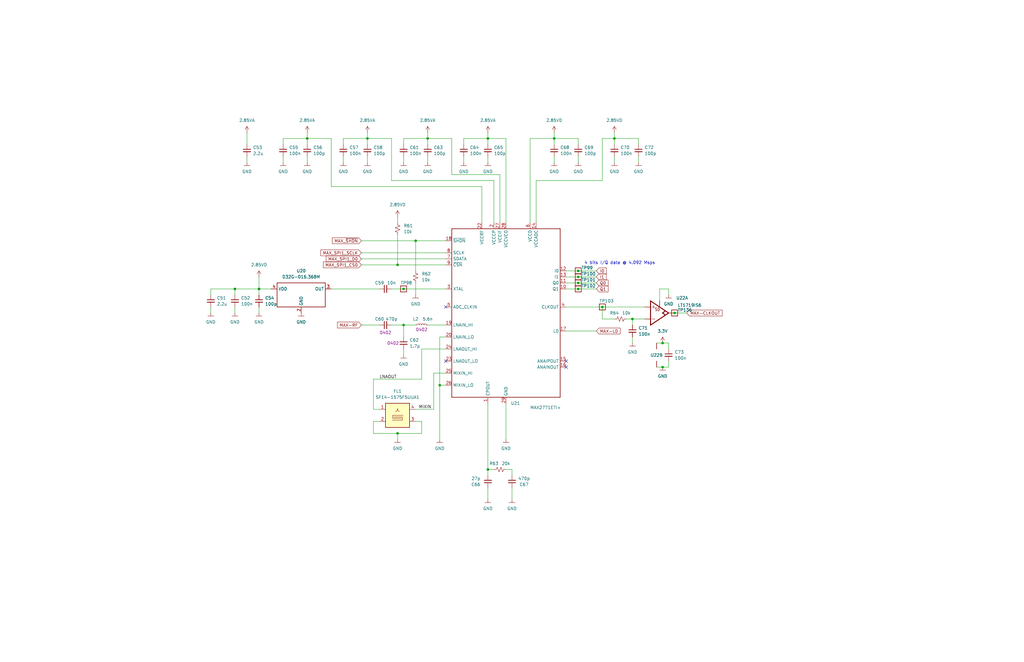
<source format=kicad_sch>
(kicad_sch (version 20211123) (generator eeschema)
  (paper "B")
  (lib_symbols
    (symbol "2.85VA_1" (power) (in_bom no) (on_board no)
      (property "Value" "2.85VA_1" (at 0 5.08 0))
      (symbol "2.85VA_1_0_1"
        (polyline (pts (xy -0.762 1.27) (xy 0 2.54)))
        (polyline (pts (xy 0 0) (xy 0 2.54)))
        (polyline (pts (xy 0 2.54) (xy 0.762 1.27)))
      )
      (symbol "2.85VA_1_1_1"
        (pin power_in line (at 0 0 90) (length 2.54) hide (name "2.85VA") (number "1"))
      )
    )
    (symbol "2.85VA_2" (power) (in_bom no) (on_board no)
      (property "Value" "2.85VA_2" (at 0 5.08 0))
      (symbol "2.85VA_2_0_1"
        (polyline (pts (xy -0.762 1.27) (xy 0 2.54)))
        (polyline (pts (xy 0 0) (xy 0 2.54)))
        (polyline (pts (xy 0 2.54) (xy 0.762 1.27)))
      )
      (symbol "2.85VA_2_1_1"
        (pin power_in line (at 0 0 90) (length 2.54) hide (name "2.85VA") (number "1"))
      )
    )
    (symbol "2.85VA_3" (power) (in_bom no) (on_board no)
      (property "Value" "2.85VA_3" (at 0 5.08 0))
      (symbol "2.85VA_3_0_1"
        (polyline (pts (xy -0.762 1.27) (xy 0 2.54)))
        (polyline (pts (xy 0 0) (xy 0 2.54)))
        (polyline (pts (xy 0 2.54) (xy 0.762 1.27)))
      )
      (symbol "2.85VA_3_1_1"
        (pin power_in line (at 0 0 90) (length 2.54) hide (name "2.85VA") (number "1"))
      )
    )
    (symbol "2.85VA_4" (power) (in_bom no) (on_board no)
      (property "Value" "2.85VA_4" (at 0 5.08 0))
      (symbol "2.85VA_4_0_1"
        (polyline (pts (xy -0.762 1.27) (xy 0 2.54)))
        (polyline (pts (xy 0 0) (xy 0 2.54)))
        (polyline (pts (xy 0 2.54) (xy 0.762 1.27)))
      )
      (symbol "2.85VA_4_1_1"
        (pin power_in line (at 0 0 90) (length 2.54) hide (name "2.85VA") (number "1"))
      )
    )
    (symbol "2.85VD_1" (power) (in_bom no) (on_board no)
      (property "Value" "2.85VD_1" (at 0 5.08 0))
      (symbol "2.85VD_1_0_1"
        (polyline (pts (xy -0.762 1.27) (xy 0 2.54)))
        (polyline (pts (xy 0 0) (xy 0 2.54)))
        (polyline (pts (xy 0 2.54) (xy 0.762 1.27)))
      )
      (symbol "2.85VD_1_1_1"
        (pin power_in line (at 0 0 90) (length 2.54) hide (name "2.85VD") (number "1"))
      )
    )
    (symbol "2.85VD_2" (power) (in_bom no) (on_board no)
      (property "Value" "2.85VD_2" (at 0 5.08 0))
      (symbol "2.85VD_2_0_1"
        (polyline (pts (xy -0.762 1.27) (xy 0 2.54)))
        (polyline (pts (xy 0 0) (xy 0 2.54)))
        (polyline (pts (xy 0 2.54) (xy 0.762 1.27)))
      )
      (symbol "2.85VD_2_1_1"
        (pin power_in line (at 0 0 90) (length 2.54) hide (name "2.85VD") (number "1"))
      )
    )
    (symbol "2.85VD_3" (power) (in_bom no) (on_board no)
      (property "Value" "2.85VD_3" (at 0 5.08 0))
      (symbol "2.85VD_3_0_1"
        (polyline (pts (xy -0.762 1.27) (xy 0 2.54)))
        (polyline (pts (xy 0 0) (xy 0 2.54)))
        (polyline (pts (xy 0 2.54) (xy 0.762 1.27)))
      )
      (symbol "2.85VD_3_1_1"
        (pin power_in line (at 0 0 90) (length 2.54) hide (name "2.85VD") (number "1"))
      )
    )
    (symbol "Device:C_Small" (pin_numbers hide) (pin_names (offset 0.254) hide)
      (property "Reference" "C" (at 0.254 1.778 0))
      (property "Value" "C_Small" (at 0.254 -2.032 0))
      (symbol "C_Small_0_1"
        (polyline (pts (xy -1.524 -0.508) (xy 1.524 -0.508)) (stroke (width 0.3302)))
        (polyline (pts (xy -1.524 0.508) (xy 1.524 0.508)) (stroke (width 0.3048)))
      )
      (symbol "C_Small_1_1"
        (pin passive line (at 0 2.54 270) (length 2.032) (name "~") (number "1"))
        (pin passive line (at 0 -2.54 90) (length 2.032) (name "~") (number "2"))
      )
    )
    (symbol "Device:L_Small" (pin_numbers hide) (pin_names (offset 0.254) hide)
      (property "Reference" "L" (at 0.762 1.016 0))
      (property "Value" "L_Small" (at 0.762 -1.016 0))
      (symbol "L_Small_0_1"
        (arc (start 0 -2.032) (mid 0.508 -1.524) (end 0 -1.016))
        (arc (start 0 -1.016) (mid 0.508 -0.508) (end 0 0))
        (arc (start 0 0) (mid 0.508 0.508) (end 0 1.016))
        (arc (start 0 1.016) (mid 0.508 1.524) (end 0 2.032))
      )
      (symbol "L_Small_1_1"
        (pin passive line (at 0 2.54 270) (length 0.508) (name "~") (number "1"))
        (pin passive line (at 0 -2.54 90) (length 0.508) (name "~") (number "2"))
      )
    )
    (symbol "Device:R_Small_US" (pin_numbers hide) (pin_names (offset 0.254) hide)
      (property "Reference" "R" (at 0.762 0.508 0))
      (property "Value" "R_Small_US" (at 0.762 -1.016 0))
      (symbol "R_Small_US_1_1"
        (polyline (pts (xy 0 0) (xy 1.016 -0.381) (xy 0 -0.762) (xy -1.016 -1.143) (xy 0 -1.524)))
        (polyline (pts (xy 0 1.524) (xy 1.016 1.143) (xy 0 0.762) (xy -1.016 0.381) (xy 0 0)))
        (pin passive line (at 0 2.54 270) (length 1.016) (name "~") (number "1"))
        (pin passive line (at 0 -2.54 90) (length 1.016) (name "~") (number "2"))
      )
    )
    (symbol "Filter:SF14-1575F5UUA1" (pin_names (offset 1.016))
      (property "Reference" "FL" (at 2.54 -6.35 0))
      (property "Value" "SF14-1575F5UUA1" (at 0 6.35 0))
      (symbol "SF14-1575F5UUA1_0_1"
        (rectangle (start -5.08 5.08) (end 5.08 -5.08) (stroke (width 0.254)) (fill (type background)))
        (arc (start -0.762 1.524) (mid -0.1988 2.0511) (end 0 2.794))
        (polyline (pts (xy -1.524 -0.762) (xy -1.27 -0.762)))
        (polyline (pts (xy 1.524 -1.27) (xy -1.524 -1.27)))
        (polyline (pts (xy 1.524 -0.762) (xy -1.27 -0.762)))
        (polyline (pts (xy -1.524 -1.27) (xy -2.032 -1.27) (xy -2.032 0) (xy 2.286 0)))
        (polyline (pts (xy 1.524 -0.762) (xy 2.032 -0.762) (xy 2.032 -2.032) (xy -2.286 -2.032)))
        (arc (start 0 2.794) (mid 0.2065 2.0558) (end 0.762 1.524))
      )
      (symbol "SF14-1575F5UUA1_1_1"
        (pin passive line (at -7.62 2.54 0) (length 2.54) (name "~") (number "1"))
        (pin passive line (at -7.62 -2.54 0) (length 2.54) (name "~") (number "2"))
        (pin passive line (at 7.62 -2.54 180) (length 2.54) (name "~") (number "3"))
        (pin passive line (at 7.62 2.54 180) (length 2.54) (name "~") (number "4"))
        (pin passive line (at -7.62 -2.54 0) (length 2.54) hide (name "~") (number "5"))
      )
    )
    (symbol "LT1719IS6_1"
      (symbol "LT1719IS6_1_1_0"
        (polyline (pts (xy -5.08 -5.08) (xy 2.54 0)) (stroke (width 0.4064)))
        (polyline (pts (xy -5.08 5.08) (xy -5.08 -5.08)) (stroke (width 0.4064)))
        (polyline (pts (xy -4.445 -2.54) (xy -3.175 -2.54)) (stroke (width 0.1524)))
        (polyline (pts (xy -4.445 2.54) (xy -3.175 2.54)) (stroke (width 0.1524)))
        (polyline (pts (xy -3.81 3.175) (xy -3.81 1.905)) (stroke (width 0.1524)))
        (polyline (pts (xy 0 0) (xy 1.016 0.762)) (stroke (width 0.4064)))
        (polyline (pts (xy 1.016 -0.762) (xy 0 0)) (stroke (width 0.4064)))
        (polyline (pts (xy 2.54 0) (xy -5.08 5.08)) (stroke (width 0.4064)))
        (text "SD" (at -3.302 0.762 0) (effects (font (size 1.27 1.0795)) (justify left bottom)))
        (pin input line (at -7.62 -2.54 0) (length 2.54) (name "-IN") (number "1"))
        (pin input line (at -7.62 2.54 0) (length 2.54) (name "+IN") (number "3"))
        (pin output line (at 5.08 0 180) (length 2.54) (name "OUT") (number "5"))
        (pin input line (at -1.27 5.08 270) (length 2.54) (name "SD") (number "6"))
      )
      (symbol "LT1719IS6_1_2_0"
        (pin power_in line (at 0 -5.08 90) (length 2.54) (name "V-") (number "2"))
        (pin power_in line (at 0 5.08 270) (length 2.54) (name "V+") (number "4"))
      )
    )
    (symbol "OreSat-Power:3.3V" (power) (pin_names (offset 0))
      (property "Value" "3.3V" (at 0 3.556 0))
      (symbol "3.3V_0_1"
        (polyline (pts (xy -0.762 1.27) (xy 0 2.54)))
        (polyline (pts (xy 0 0) (xy 0 2.54)))
        (polyline (pts (xy 0 2.54) (xy 0.762 1.27)))
      )
      (symbol "3.3V_1_1"
        (pin power_in line (at 0 0 90) (length 0) hide (name "3.3V") (number "1"))
      )
    )
    (symbol "OreSat-Power:GND" (power) (pin_names (offset 0))
      (property "Value" "GND" (at 0 -2.54 0))
      (symbol "GND_0_1"
        (polyline (pts (xy 0 0) (xy 0 -1.27) (xy 1.27 -1.27) (xy 0 -1.27) (xy -1.27 -1.27) (xy 0 -1.27)))
      )
      (symbol "GND_1_1"
        (pin power_in line (at 0 0 270) (length 0) hide (name "GND") (number "1"))
      )
    )
    (symbol "OreSat-TestPoint:Test-Point" (pin_numbers hide) (pin_names hide)
      (property "Reference" "TP" (at 0 2.54 0))
      (symbol "Test-Point_0_1"
        (rectangle (start -1.27 1.27) (end 1.27 -1.27) (stroke (width 0.254)))
      )
      (symbol "Test-Point_1_1"
        (pin passive line (at 0 0 90) (length 0) (name "") (number "1"))
      )
    )
    (symbol "U-Analog-LT1719IS6-comparator:LT1719IS6"
      (symbol "LT1719IS6_1_0"
        (polyline (pts (xy -5.08 -5.08) (xy 2.54 0)) (stroke (width 0.4064)))
        (polyline (pts (xy -5.08 5.08) (xy -5.08 -5.08)) (stroke (width 0.4064)))
        (polyline (pts (xy -4.445 -2.54) (xy -3.175 -2.54)) (stroke (width 0.1524)))
        (polyline (pts (xy -4.445 2.54) (xy -3.175 2.54)) (stroke (width 0.1524)))
        (polyline (pts (xy -3.81 3.175) (xy -3.81 1.905)) (stroke (width 0.1524)))
        (polyline (pts (xy 0 0) (xy 1.016 0.762)) (stroke (width 0.4064)))
        (polyline (pts (xy 1.016 -0.762) (xy 0 0)) (stroke (width 0.4064)))
        (polyline (pts (xy 2.54 0) (xy -5.08 5.08)) (stroke (width 0.4064)))
        (text ">PART" (at 0 3.175 0) (effects (font (size 1.778 1.5113)) (justify left bottom)))
        (text "SD" (at -3.302 0.762 0) (effects (font (size 1.27 1.0795)) (justify left bottom)))
        (pin input line (at -7.62 -2.54 0) (length 2.54) (name "-IN") (number "1"))
        (pin input line (at -7.62 2.54 0) (length 2.54) (name "+IN") (number "3"))
        (pin output line (at 5.08 0 180) (length 2.54) (name "OUT") (number "5"))
        (pin input line (at -1.27 5.08 270) (length 2.54) (name "SD") (number "6"))
      )
      (symbol "LT1719IS6_2_0"
        (pin power_in line (at 0 -5.08 90) (length 2.54) (name "V-") (number "2"))
        (pin power_in line (at 0 5.08 270) (length 2.54) (name "V+") (number "4"))
      )
    )
    (symbol "U-Connor-Winfield-D32G-016368M-tcxo:D32G-016.368M"
      (property "Reference" "U" (at -8.89 6.35 0))
      (property "Value" "D32G-016.368M" (at 10.16 6.35 0))
      (symbol "D32G-016.368M_1_0"
        (polyline (pts (xy -10.16 -5.08) (xy 10.16 -5.08)) (stroke (width 0.254)))
        (polyline (pts (xy -10.16 5.08) (xy -10.16 -5.08)) (stroke (width 0.254)))
        (polyline (pts (xy 10.16 -5.08) (xy 10.16 5.08)) (stroke (width 0.254)))
        (polyline (pts (xy 10.16 5.08) (xy -10.16 5.08)) (stroke (width 0.254)))
        (pin power_in line (at 0 -7.62 90) (length 2.54) (name "GND") (number "2"))
        (pin passive line (at 12.7 2.54 180) (length 2.54) (name "OUT") (number "3"))
        (pin power_in line (at -12.7 2.54 0) (length 2.54) (name "VDD") (number "4"))
      )
    )
    (symbol "U-Maxim-MAX2771ETI+-multiband-gnss-receiver:MAX2771ETI+"
      (property "Reference" "U23" (at 20.32 40.64 0))
      (symbol "MAX2771ETI+_1_0"
        (polyline (pts (xy -22.86 -35.56) (xy 22.86 -35.56)) (stroke (width 0.254)))
        (polyline (pts (xy -22.86 35.56) (xy -22.86 -35.56)) (stroke (width 0.254)))
        (polyline (pts (xy 22.86 -35.56) (xy 22.86 35.56)) (stroke (width 0.254)))
        (polyline (pts (xy 22.86 35.56) (xy -22.86 35.56)) (stroke (width 0.254)))
        (pin output line (at -7.62 -38.1 90) (length 2.54) (name "CPOUT") (number "1"))
        (pin output line (at 25.4 10.16 180) (length 2.54) (name "Q1") (number "10"))
        (pin output line (at 25.4 12.7 180) (length 2.54) (name "Q0") (number "11"))
        (pin output line (at 25.4 17.78 180) (length 2.54) (name "I0") (number "12"))
        (pin output line (at 25.4 15.24 180) (length 2.54) (name "I1") (number "13"))
        (pin power_in line (at 12.7 38.1 270) (length 2.54) (name "VCCADC") (number "14"))
        (pin output line (at 25.4 -20.32 180) (length 2.54) (name "ANAIPOUT") (number "15"))
        (pin output line (at 25.4 -22.86 180) (length 2.54) (name "ANAINOUT") (number "16"))
        (pin output line (at 25.4 -7.62 180) (length 2.54) (name "LD") (number "17"))
        (pin input line (at -25.4 30.48 0) (length 2.54) (name "~{SHDN}") (number "18"))
        (pin input line (at -25.4 -5.08 0) (length 2.54) (name "LNAIN_HI") (number "19"))
        (pin power_in line (at -5.08 38.1 270) (length 2.54) (name "VCCCP") (number "2"))
        (pin input line (at -25.4 -10.16 0) (length 2.54) (name "LNAIN_LO") (number "20"))
        (pin power_in line (at -10.16 38.1 270) (length 2.54) (name "VCCRF") (number "22"))
        (pin output line (at -25.4 -20.32 0) (length 2.54) (name "LNAOUT_LO") (number "23"))
        (pin output line (at -25.4 -15.24 0) (length 2.54) (name "LNAOUT_HI") (number "24"))
        (pin input line (at -25.4 -25.4 0) (length 2.54) (name "MIXIN_HI") (number "25"))
        (pin input line (at -25.4 -30.48 0) (length 2.54) (name "MIXIN_LO") (number "26"))
        (pin power_in line (at -2.54 38.1 270) (length 2.54) (name "VCCIF") (number "27"))
        (pin power_in line (at 0 38.1 270) (length 2.54) (name "VCCVCO") (number "28"))
        (pin power_in line (at 0 -38.1 90) (length 2.54) (name "GND") (number "29"))
        (pin input line (at -25.4 10.16 0) (length 2.54) (name "XTAL") (number "3"))
        (pin output line (at 25.4 2.54 180) (length 2.54) (name "CLKOUT") (number "4"))
        (pin input line (at -25.4 2.54 0) (length 2.54) (name "ADC_CLKIN") (number "5"))
        (pin power_in line (at 10.16 38.1 270) (length 2.54) (name "VCCD") (number "6"))
        (pin bidirectional line (at -25.4 22.86 0) (length 2.54) (name "SDATA") (number "7"))
        (pin input line (at -25.4 25.4 0) (length 2.54) (name "SCLK") (number "8"))
        (pin input line (at -25.4 20.32 0) (length 2.54) (name "~{CSN}") (number "9"))
      )
    )
    (symbol "gps-power:2.85VA" (power) (in_bom no) (on_board no)
      (property "Value" "2.85VA" (at 0 5.08 0))
      (symbol "2.85VA_0_1"
        (polyline (pts (xy -0.762 1.27) (xy 0 2.54)))
        (polyline (pts (xy 0 0) (xy 0 2.54)))
        (polyline (pts (xy 0 2.54) (xy 0.762 1.27)))
      )
      (symbol "2.85VA_1_1"
        (pin power_in line (at 0 0 90) (length 2.54) hide (name "2.85VA") (number "1"))
      )
    )
    (symbol "gps-power:2.85VD" (power) (in_bom no) (on_board no)
      (property "Value" "2.85VD" (at 0 5.08 0))
      (symbol "2.85VD_0_1"
        (polyline (pts (xy -0.762 1.27) (xy 0 2.54)))
        (polyline (pts (xy 0 0) (xy 0 2.54)))
        (polyline (pts (xy 0 2.54) (xy 0.762 1.27)))
      )
      (symbol "2.85VD_1_1"
        (pin power_in line (at 0 0 90) (length 2.54) hide (name "2.85VD") (number "1"))
      )
    )
  )
  (junction (at 254 129.54))
  (junction (at 170.18 137.16))
  (junction (at 205.74 58.42))
  (junction (at 279.4 144.78))
  (junction (at 99.06 121.92))
  (junction (at 185.42 162.56))
  (junction (at 266.7 134.62))
  (junction (at 167.64 111.76))
  (junction (at 154.94 58.42))
  (junction (at 284.48 132.08))
  (junction (at 109.22 121.92))
  (junction (at 243.84 116.84))
  (junction (at 243.84 119.38))
  (junction (at 175.26 101.6))
  (junction (at 243.84 121.92))
  (junction (at 205.74 198.12))
  (junction (at 129.54 58.42))
  (junction (at 167.64 182.88))
  (junction (at 243.84 114.3))
  (junction (at 259.08 58.42))
  (junction (at 170.18 121.92))
  (junction (at 233.68 58.42))
  (junction (at 279.4 154.94))
  (junction (at 180.34 58.42))
  (no_connect (at 238.76 152.4))
  (no_connect (at 187.96 129.54))
  (no_connect (at 187.96 152.4))
  (no_connect (at 238.76 154.94))
  (wire (pts (xy 152.4 137.16) (xy 160.02 137.16)))
  (wire (pts (xy 233.68 58.42) (xy 233.68 55.88)))
  (wire (pts (xy 205.74 205.74) (xy 205.74 210.82)))
  (wire (pts (xy 167.64 99.06) (xy 167.64 111.76)))
  (wire (pts (xy 170.18 142.24) (xy 170.18 137.16)))
  (wire (pts (xy 139.7 121.92) (xy 160.02 121.92)))
  (wire (pts (xy 167.64 182.88) (xy 177.8 182.88)))
  (wire (pts (xy 266.7 142.24) (xy 266.7 144.78)))
  (wire (pts (xy 281.94 121.92) (xy 281.94 124.46)))
  (wire (pts (xy 238.76 139.7) (xy 251.46 139.7)))
  (wire (pts (xy 109.22 121.92) (xy 114.3 121.92)))
  (wire (pts (xy 180.34 66.04) (xy 180.34 68.58)))
  (wire (pts (xy 276.86 144.78) (xy 279.4 144.78)))
  (wire (pts (xy 215.9 198.12) (xy 215.9 200.66)))
  (wire (pts (xy 243.84 58.42) (xy 233.68 58.42)))
  (wire (pts (xy 129.54 58.42) (xy 119.38 58.42)))
  (wire (pts (xy 266.7 134.62) (xy 271.78 134.62)))
  (wire (pts (xy 177.8 177.8) (xy 177.8 182.88)))
  (wire (pts (xy 210.82 73.66) (xy 190.5 73.66)))
  (wire (pts (xy 182.88 157.48) (xy 187.96 157.48)))
  (wire (pts (xy 205.74 66.04) (xy 205.74 68.58)))
  (wire (pts (xy 213.36 58.42) (xy 213.36 93.98)))
  (wire (pts (xy 223.52 58.42) (xy 233.68 58.42)))
  (wire (pts (xy 185.42 162.56) (xy 187.96 162.56)))
  (wire (pts (xy 233.68 58.42) (xy 233.68 60.96)))
  (wire (pts (xy 177.8 160.02) (xy 177.8 147.32)))
  (wire (pts (xy 269.24 60.96) (xy 269.24 58.42)))
  (wire (pts (xy 243.84 116.84) (xy 251.46 116.84)))
  (wire (pts (xy 170.18 58.42) (xy 180.34 58.42)))
  (wire (pts (xy 281.94 152.4) (xy 281.94 154.94)))
  (wire (pts (xy 180.34 58.42) (xy 180.34 55.88)))
  (wire (pts (xy 195.58 66.04) (xy 195.58 68.58)))
  (wire (pts (xy 254 129.54) (xy 254 134.62)))
  (wire (pts (xy 157.48 177.8) (xy 157.48 182.88)))
  (wire (pts (xy 208.28 76.2) (xy 165.1 76.2)))
  (wire (pts (xy 243.84 121.92) (xy 251.46 121.92)))
  (wire (pts (xy 259.08 58.42) (xy 259.08 55.88)))
  (wire (pts (xy 195.58 60.96) (xy 195.58 58.42)))
  (wire (pts (xy 210.82 73.66) (xy 210.82 93.98)))
  (wire (pts (xy 180.34 137.16) (xy 187.96 137.16)))
  (wire (pts (xy 238.76 129.54) (xy 254 129.54)))
  (wire (pts (xy 157.48 182.88) (xy 167.64 182.88)))
  (wire (pts (xy 175.26 177.8) (xy 177.8 177.8)))
  (wire (pts (xy 167.64 91.44) (xy 167.64 93.98)))
  (wire (pts (xy 205.74 198.12) (xy 208.28 198.12)))
  (wire (pts (xy 259.08 66.04) (xy 259.08 68.58)))
  (wire (pts (xy 154.94 66.04) (xy 154.94 68.58)))
  (wire (pts (xy 99.06 121.92) (xy 99.06 124.46)))
  (wire (pts (xy 165.1 58.42) (xy 154.94 58.42)))
  (wire (pts (xy 233.68 66.04) (xy 233.68 68.58)))
  (wire (pts (xy 205.74 58.42) (xy 205.74 55.88)))
  (wire (pts (xy 205.74 170.18) (xy 205.74 198.12)))
  (wire (pts (xy 104.14 55.88) (xy 104.14 60.96)))
  (wire (pts (xy 278.13 127) (xy 278.13 121.92)))
  (wire (pts (xy 266.7 134.62) (xy 266.7 137.16)))
  (wire (pts (xy 175.26 119.38) (xy 175.26 124.46)))
  (wire (pts (xy 152.4 109.22) (xy 187.96 109.22)))
  (wire (pts (xy 264.16 134.62) (xy 266.7 134.62)))
  (wire (pts (xy 269.24 58.42) (xy 259.08 58.42)))
  (wire (pts (xy 154.94 58.42) (xy 154.94 55.88)))
  (wire (pts (xy 195.58 58.42) (xy 205.74 58.42)))
  (wire (pts (xy 254 134.62) (xy 259.08 134.62)))
  (wire (pts (xy 99.06 121.92) (xy 109.22 121.92)))
  (wire (pts (xy 254 76.2) (xy 254 58.42)))
  (wire (pts (xy 88.9 129.54) (xy 88.9 132.08)))
  (wire (pts (xy 88.9 121.92) (xy 99.06 121.92)))
  (wire (pts (xy 157.48 160.02) (xy 177.8 160.02)))
  (wire (pts (xy 177.8 147.32) (xy 187.96 147.32)))
  (wire (pts (xy 208.28 76.2) (xy 208.28 93.98)))
  (wire (pts (xy 157.48 172.72) (xy 160.02 172.72)))
  (wire (pts (xy 203.2 78.74) (xy 203.2 93.98)))
  (wire (pts (xy 170.18 60.96) (xy 170.18 58.42)))
  (wire (pts (xy 238.76 121.92) (xy 243.84 121.92)))
  (wire (pts (xy 165.1 137.16) (xy 170.18 137.16)))
  (wire (pts (xy 190.5 58.42) (xy 180.34 58.42)))
  (wire (pts (xy 165.1 121.92) (xy 170.18 121.92)))
  (wire (pts (xy 139.7 78.74) (xy 139.7 58.42)))
  (wire (pts (xy 154.94 58.42) (xy 154.94 60.96)))
  (wire (pts (xy 243.84 60.96) (xy 243.84 58.42)))
  (wire (pts (xy 269.24 66.04) (xy 269.24 68.58)))
  (wire (pts (xy 170.18 66.04) (xy 170.18 68.58)))
  (wire (pts (xy 160.02 177.8) (xy 157.48 177.8)))
  (wire (pts (xy 119.38 58.42) (xy 119.38 60.96)))
  (wire (pts (xy 182.88 172.72) (xy 182.88 157.48)))
  (wire (pts (xy 152.4 101.6) (xy 175.26 101.6)))
  (wire (pts (xy 175.26 172.72) (xy 182.88 172.72)))
  (wire (pts (xy 243.84 119.38) (xy 251.46 119.38)))
  (wire (pts (xy 278.13 121.92) (xy 281.94 121.92)))
  (wire (pts (xy 203.2 78.74) (xy 139.7 78.74)))
  (wire (pts (xy 276.86 154.94) (xy 279.4 154.94)))
  (wire (pts (xy 129.54 66.04) (xy 129.54 68.58)))
  (wire (pts (xy 243.84 114.3) (xy 251.46 114.3)))
  (wire (pts (xy 152.4 106.68) (xy 187.96 106.68)))
  (wire (pts (xy 281.94 154.94) (xy 279.4 154.94)))
  (wire (pts (xy 144.78 58.42) (xy 154.94 58.42)))
  (wire (pts (xy 109.22 116.84) (xy 109.22 121.92)))
  (wire (pts (xy 109.22 121.92) (xy 109.22 124.46)))
  (wire (pts (xy 254 129.54) (xy 271.78 129.54)))
  (wire (pts (xy 129.54 58.42) (xy 129.54 60.96)))
  (wire (pts (xy 215.9 205.74) (xy 215.9 210.82)))
  (wire (pts (xy 157.48 160.02) (xy 157.48 172.72)))
  (wire (pts (xy 99.06 129.54) (xy 99.06 132.08)))
  (wire (pts (xy 238.76 119.38) (xy 243.84 119.38)))
  (wire (pts (xy 170.18 137.16) (xy 175.26 137.16)))
  (wire (pts (xy 243.84 66.04) (xy 243.84 68.58)))
  (wire (pts (xy 284.48 132.08) (xy 289.56 132.08)))
  (wire (pts (xy 205.74 58.42) (xy 205.74 60.96)))
  (wire (pts (xy 104.14 66.04) (xy 104.14 68.58)))
  (wire (pts (xy 259.08 58.42) (xy 259.08 60.96)))
  (wire (pts (xy 175.26 101.6) (xy 187.96 101.6)))
  (wire (pts (xy 238.76 116.84) (xy 243.84 116.84)))
  (wire (pts (xy 119.38 66.04) (xy 119.38 68.58)))
  (wire (pts (xy 88.9 124.46) (xy 88.9 121.92)))
  (wire (pts (xy 129.54 55.88) (xy 129.54 58.42)))
  (wire (pts (xy 170.18 147.32) (xy 170.18 149.86)))
  (wire (pts (xy 139.7 58.42) (xy 129.54 58.42)))
  (wire (pts (xy 185.42 142.24) (xy 185.42 162.56)))
  (wire (pts (xy 144.78 66.04) (xy 144.78 68.58)))
  (wire (pts (xy 170.18 121.92) (xy 187.96 121.92)))
  (wire (pts (xy 213.36 170.18) (xy 213.36 185.42)))
  (wire (pts (xy 226.06 76.2) (xy 226.06 93.98)))
  (wire (pts (xy 144.78 60.96) (xy 144.78 58.42)))
  (wire (pts (xy 187.96 142.24) (xy 185.42 142.24)))
  (wire (pts (xy 213.36 198.12) (xy 215.9 198.12)))
  (wire (pts (xy 281.94 147.32) (xy 281.94 144.78)))
  (wire (pts (xy 165.1 76.2) (xy 165.1 58.42)))
  (wire (pts (xy 213.36 58.42) (xy 205.74 58.42)))
  (wire (pts (xy 180.34 58.42) (xy 180.34 60.96)))
  (wire (pts (xy 109.22 129.54) (xy 109.22 132.08)))
  (wire (pts (xy 279.4 144.78) (xy 281.94 144.78)))
  (wire (pts (xy 226.06 76.2) (xy 254 76.2)))
  (wire (pts (xy 185.42 162.56) (xy 185.42 185.42)))
  (wire (pts (xy 167.64 182.88) (xy 167.64 185.42)))
  (wire (pts (xy 190.5 73.66) (xy 190.5 58.42)))
  (wire (pts (xy 205.74 198.12) (xy 205.74 200.66)))
  (wire (pts (xy 238.76 114.3) (xy 243.84 114.3)))
  (wire (pts (xy 223.52 58.42) (xy 223.52 93.98)))
  (wire (pts (xy 167.64 111.76) (xy 187.96 111.76)))
  (wire (pts (xy 152.4 111.76) (xy 167.64 111.76)))
  (wire (pts (xy 175.26 101.6) (xy 175.26 114.3)))
  (wire (pts (xy 254 58.42) (xy 259.08 58.42)))
  (text "4 bits I/Q data @ 4.092 Msps" (at 246.38 111.76 0) (effects (font (size 1.27 1.27)) (justify left bottom)))
  (label "MIXIN" (at 176.53 172.72 0))
  (label "LNAOUT" (at 160.02 160.02 0))
  (global_label "I1" (shape input) (at 251.46 116.84 0) (property "Intersheet References" "${INTERSHEET_REFS}" (effects hide)))
  (global_label "Q1" (shape input) (at 251.46 121.92 0) (property "Intersheet References" "${INTERSHEET_REFS}" (effects hide)))
  (global_label "MAX_SPI1_D0" (shape input) (at 152.4 109.22 180) (property "Intersheet References" "${INTERSHEET_REFS}" (effects hide)))
  (global_label "I0" (shape input) (at 251.46 114.3 0) (property "Intersheet References" "${INTERSHEET_REFS}" (effects hide)))
  (global_label "MAX-CLKOUT" (shape input) (at 289.56 132.08 0) (property "Intersheet References" "${INTERSHEET_REFS}" (effects hide)))
  (global_label "MAX_~{SHDN}" (shape input) (at 152.4 101.6 180) (property "Intersheet References" "${INTERSHEET_REFS}" (effects hide)))
  (global_label "MAX_SPI1_SCLK" (shape input) (at 152.4 106.68 180) (property "Intersheet References" "${INTERSHEET_REFS}" (effects hide)))
  (global_label "MAX_SPI1_CS0" (shape input) (at 152.4 111.76 180) (property "Intersheet References" "${INTERSHEET_REFS}" (effects hide)))
  (global_label "MAX-RF" (shape input) (at 152.4 137.16 180) (property "Intersheet References" "${INTERSHEET_REFS}" (effects hide)))
  (global_label "MAX-LD" (shape input) (at 251.46 139.7 0) (property "Intersheet References" "${INTERSHEET_REFS}" (effects hide)))
  (global_label "Q0" (shape input) (at 251.46 119.38 0) (property "Intersheet References" "${INTERSHEET_REFS}" (effects hide)))
  (symbol (lib_id "OreSat-Power:GND") (at 170.18 149.86 0) (unit 1)
    (property "Reference" "#GND0204" (effects hide))
    (property "Value" "GND" (at 170.18 153.67 0))
  )
  (symbol (lib_id "OreSat-Power:GND") (at 144.78 68.58 0) (unit 1)
    (property "Reference" "#GND0189" (effects hide))
    (property "Value" "GND" (at 144.78 72.39 0))
  )
  (symbol (lib_id "Device:C_Small") (at 119.38 63.5 0) (unit 1)
    (property "Reference" "C55" (at 121.92 62.2362 0) (effects (justify left)))
    (property "Value" "100n" (at 121.92 64.7762 0) (effects (justify left)))
    (property "Footprint" "Capacitor_SMD:C_0603_1608Metric" (effects hide))
  )
  (symbol (lib_id "OreSat-Power:GND") (at 269.24 68.58 0) (unit 1)
    (property "Reference" "#GND0203" (effects hide))
    (property "Value" "GND" (at 269.24 72.39 0))
  )
  (symbol (lib_id "Filter:SF14-1575F5UUA1") (at 167.64 175.26 0) (unit 1)
    (property "Reference" "FL1" (at 167.64 165.1 0))
    (property "Value" "SF14-1575F5UUA1" (at 167.64 167.64 0))
    (property "Footprint" "Filter:Filter_1411-5_1.4x1.1mm" (effects hide))
    (property "Datasheet" "https://global.kyocera.com/prdct/electro/product/pdf/sf14_gnss.pdf" (effects hide))
  )
  (symbol (lib_id "Device:C_Small") (at 154.94 63.5 0) (unit 1)
    (property "Reference" "C58" (at 157.48 62.2362 0) (effects (justify left)))
    (property "Value" "100p" (at 157.48 64.7762 0) (effects (justify left)))
    (property "Footprint" "Capacitor_SMD:C_0603_1608Metric" (effects hide))
  )
  (symbol (lib_id "Device:C_Small") (at 259.08 63.5 0) (unit 1)
    (property "Reference" "C70" (at 261.62 62.2362 0) (effects (justify left)))
    (property "Value" "100n" (at 261.62 64.7762 0) (effects (justify left)))
    (property "Footprint" "Capacitor_SMD:C_0603_1608Metric" (effects hide))
  )
  (symbol (lib_name "2.85VA_3") (lib_id "gps-power:2.85VA") (at 154.94 55.88 0) (unit 1)
    (property "Reference" "#2V85A0105" (effects hide))
    (property "Value" "2.85VA" (at 154.94 50.8 0))
  )
  (symbol (lib_id "OreSat-Power:GND") (at 154.94 68.58 0) (unit 1)
    (property "Reference" "#GND0190" (effects hide))
    (property "Value" "GND" (at 154.94 72.39 0))
  )
  (symbol (lib_name "2.85VD_1") (lib_id "gps-power:2.85VD") (at 167.64 91.44 0) (unit 1)
    (property "Reference" "#2V85D0101" (effects hide))
    (property "Value" "2.85VD" (at 167.64 86.36 0))
  )
  (symbol (lib_id "Device:C_Small") (at 266.7 139.7 0) (unit 1)
    (property "Reference" "C71" (at 269.24 138.4362 0) (effects (justify left)))
    (property "Value" "100n" (at 269.24 140.9762 0) (effects (justify left)))
    (property "Footprint" "Capacitor_SMD:C_0603_1608Metric" (effects hide))
  )
  (symbol (lib_id "OreSat-Power:GND") (at 215.9 210.82 0) (unit 1)
    (property "Reference" "#GND0209" (effects hide))
    (property "Value" "GND" (at 215.9 214.63 0))
  )
  (symbol (lib_id "OreSat-Power:GND") (at 104.14 68.58 0) (unit 1)
    (property "Reference" "#GND0192" (effects hide))
    (property "Value" "GND" (at 104.14 72.39 0))
  )
  (symbol (lib_id "OreSat-Power:GND") (at 119.38 68.58 0) (unit 1)
    (property "Reference" "#GND0194" (effects hide))
    (property "Value" "GND" (at 119.38 72.39 0))
  )
  (symbol (lib_id "Device:C_Small") (at 162.56 137.16 90) (unit 1)
    (property "Reference" "C60" (at 160.02 134.62 90))
    (property "Value" "470p" (at 165.1 134.62 90))
    (property "Footprint" "Capacitor_SMD:C_0402_1005Metric" (effects hide))
    (property "Field4" "0402" (at 162.56 140.335 90))
  )
  (symbol (lib_id "OreSat-Power:GND") (at 185.42 185.42 0) (unit 1)
    (property "Reference" "#GND0205" (effects hide))
    (property "Value" "GND" (at 185.42 189.23 0))
  )
  (symbol (lib_id "OreSat-TestPoint:Test-Point") (at 243.84 114.3 0) (unit 1)
    (property "Reference" "TP99" (at 245.11 113.03 0) (effects (justify left)))
    (property "Value" "Test-Point" (effects hide))
    (property "Footprint" "OreSat-TestPoint:1X01" (effects hide))
  )
  (symbol (lib_id "OreSat-TestPoint:Test-Point") (at 170.18 121.92 0) (unit 1)
    (property "Reference" "TP98" (at 168.91 119.38 0) (effects (justify left)))
    (property "Value" "Test-Point" (effects hide))
    (property "Footprint" "OreSat-TestPoint:PAD.03X.04" (effects hide))
  )
  (symbol (lib_id "Device:C_Small") (at 88.9 127 0) (unit 1)
    (property "Reference" "C51" (at 91.44 125.7362 0) (effects (justify left)))
    (property "Value" "2.2u" (at 91.44 128.2762 0) (effects (justify left)))
    (property "Footprint" "Capacitor_SMD:C_0603_1608Metric" (effects hide))
  )
  (symbol (lib_name "LT1719IS6_1") (lib_id "U-Analog-LT1719IS6-comparator:LT1719IS6") (at 279.4 132.08 0) (unit 1)
    (property "Reference" "U22" (at 287.655 125.73 0))
    (property "Value" "LT1719IS6" (at 285.75 129.54 0) (effects (justify left bottom)))
    (property "Footprint" "Package_TO_SOT_SMD:SOT-23-6" (effects hide))
    (property "Datasheet" "https://www.analog.com/media/en/technical-documentation/data-sheets/1719fa.pdf" (effects hide))
  )
  (symbol (lib_id "OreSat-Power:GND") (at 109.22 132.08 0) (unit 1)
    (property "Reference" "#GND0198" (effects hide))
    (property "Value" "GND" (at 109.22 135.89 0))
  )
  (symbol (lib_id "OreSat-Power:GND") (at 205.74 68.58 0) (unit 1)
    (property "Reference" "#GND0186" (effects hide))
    (property "Value" "GND" (at 205.74 72.39 0))
  )
  (symbol (lib_id "OreSat-TestPoint:Test-Point") (at 243.84 116.84 0) (unit 1)
    (property "Reference" "TP100" (at 245.11 115.57 0) (effects (justify left)))
    (property "Value" "Test-Point" (effects hide))
    (property "Footprint" "OreSat-TestPoint:1X01" (effects hide))
  )
  (symbol (lib_id "OreSat-TestPoint:Test-Point") (at 284.48 132.08 0) (unit 1)
    (property "Reference" "TP136" (at 285.75 130.81 0) (effects (justify left)))
    (property "Value" "Test-Point" (effects hide))
    (property "Footprint" "OreSat-TestPoint:1X01" (effects hide))
  )
  (symbol (lib_name "2.85VD_2") (lib_id "gps-power:2.85VD") (at 259.08 55.88 0) (unit 1)
    (property "Reference" "#2V85D0103" (effects hide))
    (property "Value" "2.85VD" (at 259.08 50.8 0))
  )
  (symbol (lib_id "OreSat-Power:GND") (at 243.84 68.58 0) (unit 1)
    (property "Reference" "#GND0200" (effects hide))
    (property "Value" "GND" (at 243.84 72.39 0))
  )
  (symbol (lib_name "2.85VD_3") (lib_id "gps-power:2.85VD") (at 233.68 55.88 0) (unit 1)
    (property "Reference" "#2V85D0104" (effects hide))
    (property "Value" "2.85VD" (at 233.68 50.8 0))
  )
  (symbol (lib_id "OreSat-Power:GND") (at 127 132.08 0) (unit 1)
    (property "Reference" "#GND0196" (effects hide))
    (property "Value" "GND" (at 127 135.89 0))
  )
  (symbol (lib_id "U-Maxim-MAX2771ETI+-multiband-gnss-receiver:MAX2771ETI+") (at 213.36 132.08 0) (unit 1)
    (property "Reference" "U21" (at 215.3794 170.18 0) (effects (justify left)))
    (property "Value" "MAX2771ETI+" (at 223.52 172.72 0) (effects (justify left bottom)))
    (property "Footprint" "Package_DFN_QFN:TQFN-28-1EP_5x5mm_P0.5mm_EP3.25x3.25mm" (effects hide))
    (property "Datasheet" "https://datasheets.maximintegrated.com/en/ds/MAX2771.pdf" (effects hide))
  )
  (symbol (lib_name "2.85VA_2") (lib_id "gps-power:2.85VA") (at 180.34 55.88 0) (unit 1)
    (property "Reference" "#2V85A0102" (effects hide))
    (property "Value" "2.85VA" (at 180.34 50.8 0))
  )
  (symbol (lib_id "gps-power:2.85VD") (at 109.22 116.84 0) (unit 1)
    (property "Reference" "#2V85D0102" (effects hide))
    (property "Value" "2.85VD" (at 109.22 111.76 0))
  )
  (symbol (lib_id "OreSat-Power:GND") (at 233.68 68.58 0) (unit 1)
    (property "Reference" "#GND0201" (effects hide))
    (property "Value" "GND" (at 233.68 72.39 0))
  )
  (symbol (lib_id "OreSat-TestPoint:Test-Point") (at 254 129.54 0) (unit 1)
    (property "Reference" "TP103" (at 252.73 127 0) (effects (justify left)))
    (property "Value" "Test-Point" (effects hide))
    (property "Footprint" "OreSat-TestPoint:PAD.03X.04" (effects hide))
  )
  (symbol (lib_id "Device:C_Small") (at 281.94 149.86 0) (unit 1)
    (property "Reference" "C73" (at 284.48 148.5962 0) (effects (justify left)))
    (property "Value" "100n" (at 284.48 151.1362 0) (effects (justify left)))
    (property "Footprint" "Capacitor_SMD:C_0603_1608Metric" (effects hide))
  )
  (symbol (lib_id "Device:C_Small") (at 162.56 121.92 90) (unit 1)
    (property "Reference" "C59" (at 160.02 119.38 90))
    (property "Value" "10n" (at 165.1 119.38 90))
    (property "Footprint" "Capacitor_SMD:C_0603_1608Metric" (effects hide))
  )
  (symbol (lib_id "Device:R_Small_US") (at 175.26 116.84 0) (unit 1)
    (property "Reference" "R62" (at 177.8 115.5699 0) (effects (justify left)))
    (property "Value" "10k" (at 177.8 118.1099 0) (effects (justify left)))
    (property "Footprint" "Resistor_SMD:R_0603_1608Metric" (effects hide))
  )
  (symbol (lib_id "OreSat-Power:GND") (at 180.34 68.58 0) (unit 1)
    (property "Reference" "#GND0187" (effects hide))
    (property "Value" "GND" (at 180.34 72.39 0))
  )
  (symbol (lib_id "Device:C_Small") (at 170.18 63.5 0) (unit 1)
    (property "Reference" "C61" (at 172.72 62.2362 0) (effects (justify left)))
    (property "Value" "100n" (at 172.72 64.7762 0) (effects (justify left)))
    (property "Footprint" "Capacitor_SMD:C_0603_1608Metric" (effects hide))
  )
  (symbol (lib_id "OreSat-Power:GND") (at 259.08 68.58 0) (unit 1)
    (property "Reference" "#GND0202" (effects hide))
    (property "Value" "GND" (at 259.08 72.39 0))
  )
  (symbol (lib_id "OreSat-Power:GND") (at 281.94 124.46 0) (unit 1)
    (property "Reference" "#GND0212" (effects hide))
    (property "Value" "GND" (at 281.94 128.27 0))
  )
  (symbol (lib_id "Device:R_Small_US") (at 210.82 198.12 270) (unit 1)
    (property "Reference" "R63" (at 208.28 195.58 90))
    (property "Value" "20k" (at 213.36 195.58 90))
    (property "Footprint" "Resistor_SMD:R_0402_1005Metric" (effects hide))
  )
  (symbol (lib_id "Device:C_Small") (at 205.74 203.2 180) (unit 1)
    (property "Reference" "C66" (at 200.66 204.47 0))
    (property "Value" "27p" (at 200.66 201.93 0))
    (property "Footprint" "Capacitor_SMD:C_0402_1005Metric" (effects hide))
  )
  (symbol (lib_id "Device:C_Small") (at 144.78 63.5 0) (unit 1)
    (property "Reference" "C57" (at 147.32 62.2362 0) (effects (justify left)))
    (property "Value" "100n" (at 147.32 64.7762 0) (effects (justify left)))
    (property "Footprint" "Capacitor_SMD:C_0603_1608Metric" (effects hide))
  )
  (symbol (lib_id "OreSat-Power:GND") (at 205.74 210.82 0) (unit 1)
    (property "Reference" "#GND0208" (effects hide))
    (property "Value" "GND" (at 205.74 214.63 0))
  )
  (symbol (lib_id "OreSat-Power:GND") (at 266.7 144.78 0) (unit 1)
    (property "Reference" "#GND0210" (effects hide))
    (property "Value" "GND" (at 266.7 148.59 0))
  )
  (symbol (lib_id "U-Connor-Winfield-D32G-016368M-tcxo:D32G-016.368M") (at 127 124.46 0) (unit 1)
    (property "Reference" "U20" (at 127 114.3 0))
    (property "Value" "D32G-016.368M" (at 127 116.84 0))
    (property "Footprint" "oresat-footprints:U-Connor-Winfield-D32G-016368M" (effects hide))
    (property "Datasheet" "http://www.conwin.com/datasheets/tx/tx240.pdf" (effects hide))
  )
  (symbol (lib_id "Device:R_Small_US") (at 261.62 134.62 270) (unit 1)
    (property "Reference" "R64" (at 259.08 132.08 90))
    (property "Value" "10k" (at 264.16 132.08 90))
    (property "Footprint" "Resistor_SMD:R_0603_1608Metric" (effects hide))
  )
  (symbol (lib_id "Device:C_Small") (at 269.24 63.5 0) (unit 1)
    (property "Reference" "C72" (at 271.78 62.2362 0) (effects (justify left)))
    (property "Value" "100p" (at 271.78 64.7762 0) (effects (justify left)))
    (property "Footprint" "Capacitor_SMD:C_0603_1608Metric" (effects hide))
  )
  (symbol (lib_id "OreSat-Power:GND") (at 129.54 68.58 0) (unit 1)
    (property "Reference" "#GND0193" (effects hide))
    (property "Value" "GND" (at 129.54 72.39 0))
  )
  (symbol (lib_id "OreSat-Power:GND") (at 279.4 154.94 0) (unit 1)
    (property "Reference" "#GND0211" (effects hide))
    (property "Value" "GND" (at 279.4 158.75 0))
  )
  (symbol (lib_id "Device:R_Small_US") (at 167.64 96.52 0) (unit 1)
    (property "Reference" "R61" (at 170.18 95.2499 0) (effects (justify left)))
    (property "Value" "10k" (at 170.18 97.7899 0) (effects (justify left)))
    (property "Footprint" "Resistor_SMD:R_0603_1608Metric" (effects hide))
  )
  (symbol (lib_id "Device:L_Small") (at 177.8 137.16 90) (unit 1)
    (property "Reference" "L2" (at 175.26 134.62 90))
    (property "Value" "5.6n" (at 180.34 134.62 90))
    (property "Footprint" "Inductor_SMD:L_0402_1005Metric" (effects hide))
    (property "Field4" "0402" (at 177.8 139.065 90))
  )
  (symbol (lib_id "Device:C_Small") (at 205.74 63.5 0) (unit 1)
    (property "Reference" "C65" (at 208.28 62.2362 0) (effects (justify left)))
    (property "Value" "100p" (at 208.28 64.7762 0) (effects (justify left)))
    (property "Footprint" "Capacitor_SMD:C_0603_1608Metric" (effects hide))
  )
  (symbol (lib_name "2.85VA_4") (lib_id "gps-power:2.85VA") (at 129.54 55.88 0) (unit 1)
    (property "Reference" "#2V85A0104" (effects hide))
    (property "Value" "2.85VA" (at 129.54 50.8 0))
  )
  (symbol (lib_id "Device:C_Small") (at 170.18 144.78 0) (unit 1)
    (property "Reference" "C62" (at 172.72 143.5162 0) (effects (justify left)))
    (property "Value" "1.7p" (at 172.72 146.0562 0) (effects (justify left)))
    (property "Footprint" "Capacitor_SMD:C_0402_1005Metric" (effects hide))
    (property "Field4" "0402" (at 165.735 144.78 0))
  )
  (symbol (lib_id "OreSat-Power:GND") (at 167.64 185.42 0) (unit 1)
    (property "Reference" "#GND0206" (effects hide))
    (property "Value" "GND" (at 167.64 189.23 0))
  )
  (symbol (lib_id "OreSat-Power:GND") (at 175.26 124.46 0) (unit 1)
    (property "Reference" "#GND0195" (effects hide))
    (property "Value" "GND" (at 175.26 128.27 0))
  )
  (symbol (lib_id "OreSat-Power:GND") (at 170.18 68.58 0) (unit 1)
    (property "Reference" "#GND0191" (effects hide))
    (property "Value" "GND" (at 170.18 72.39 0))
  )
  (symbol (lib_id "Device:C_Small") (at 109.22 127 0) (unit 1)
    (property "Reference" "C54" (at 111.76 125.7362 0) (effects (justify left)))
    (property "Value" "100p" (at 111.76 128.2762 0) (effects (justify left)))
    (property "Footprint" "Capacitor_SMD:C_0603_1608Metric" (effects hide))
  )
  (symbol (lib_id "OreSat-Power:GND") (at 195.58 68.58 0) (unit 1)
    (property "Reference" "#GND0188" (effects hide))
    (property "Value" "GND" (at 195.58 72.39 0))
  )
  (symbol (lib_id "U-Analog-LT1719IS6-comparator:LT1719IS6") (at 276.86 149.86 0) (unit 2)
    (property "Reference" "U22" (at 276.86 149.86 0))
    (property "Value" "LT1719IS6" (effects hide))
    (property "Footprint" "Package_TO_SOT_SMD:SOT-23-6" (effects hide))
    (property "Datasheet" "https://www.analog.com/media/en/technical-documentation/data-sheets/1719fa.pdf" (effects hide))
  )
  (symbol (lib_id "OreSat-Power:3.3V") (at 279.4 144.78 0) (unit 1)
    (property "Reference" "#3V0110" (effects hide))
    (property "Value" "3.3V" (at 279.4 139.7 0))
  )
  (symbol (lib_id "gps-power:2.85VA") (at 104.14 55.88 0) (unit 1)
    (property "Reference" "#2V85A0103" (effects hide))
    (property "Value" "2.85VA" (at 104.14 50.8 0))
  )
  (symbol (lib_id "OreSat-TestPoint:Test-Point") (at 243.84 121.92 0) (unit 1)
    (property "Reference" "TP102" (at 245.11 120.65 0) (effects (justify left)))
    (property "Value" "Test-Point" (effects hide))
    (property "Footprint" "OreSat-TestPoint:1X01" (effects hide))
  )
  (symbol (lib_name "2.85VA_1") (lib_id "gps-power:2.85VA") (at 205.74 55.88 0) (unit 1)
    (property "Reference" "#2V85A0101" (effects hide))
    (property "Value" "2.85VA" (at 205.74 50.8 0))
  )
  (symbol (lib_id "Device:C_Small") (at 243.84 63.5 0) (unit 1)
    (property "Reference" "C69" (at 246.38 62.2362 0) (effects (justify left)))
    (property "Value" "100p" (at 246.38 64.7762 0) (effects (justify left)))
    (property "Footprint" "Capacitor_SMD:C_0603_1608Metric" (effects hide))
  )
  (symbol (lib_id "OreSat-TestPoint:Test-Point") (at 243.84 119.38 0) (unit 1)
    (property "Reference" "TP101" (at 245.11 118.11 0) (effects (justify left)))
    (property "Value" "Test-Point" (effects hide))
    (property "Footprint" "OreSat-TestPoint:1X01" (effects hide))
  )
  (symbol (lib_id "Device:C_Small") (at 180.34 63.5 0) (unit 1)
    (property "Reference" "C63" (at 182.88 62.2362 0) (effects (justify left)))
    (property "Value" "100p" (at 182.88 64.7762 0) (effects (justify left)))
    (property "Footprint" "Capacitor_SMD:C_0603_1608Metric" (effects hide))
  )
  (symbol (lib_id "Device:C_Small") (at 233.68 63.5 0) (unit 1)
    (property "Reference" "C68" (at 236.22 62.2362 0) (effects (justify left)))
    (property "Value" "100n" (at 236.22 64.7762 0) (effects (justify left)))
    (property "Footprint" "Capacitor_SMD:C_0603_1608Metric" (effects hide))
  )
  (symbol (lib_id "Device:C_Small") (at 195.58 63.5 0) (unit 1)
    (property "Reference" "C64" (at 198.12 62.2362 0) (effects (justify left)))
    (property "Value" "100n" (at 198.12 64.7762 0) (effects (justify left)))
    (property "Footprint" "Capacitor_SMD:C_0603_1608Metric" (effects hide))
  )
  (symbol (lib_id "Device:C_Small") (at 104.14 63.5 0) (unit 1)
    (property "Reference" "C53" (at 106.68 62.2362 0) (effects (justify left)))
    (property "Value" "2.2u" (at 106.68 64.7762 0) (effects (justify left)))
    (property "Footprint" "Capacitor_SMD:C_0603_1608Metric" (effects hide))
  )
  (symbol (lib_id "OreSat-Power:GND") (at 213.36 185.42 0) (unit 1)
    (property "Reference" "#GND0207" (effects hide))
    (property "Value" "GND" (at 213.36 189.23 0))
  )
  (symbol (lib_id "OreSat-Power:GND") (at 88.9 132.08 0) (unit 1)
    (property "Reference" "#GND0197" (effects hide))
    (property "Value" "GND" (at 88.9 135.89 0))
  )
  (symbol (lib_id "Device:C_Small") (at 99.06 127 0) (unit 1)
    (property "Reference" "C52" (at 101.6 125.7362 0) (effects (justify left)))
    (property "Value" "100n" (at 101.6 128.2762 0) (effects (justify left)))
    (property "Footprint" "Capacitor_SMD:C_0603_1608Metric" (effects hide))
  )
  (symbol (lib_id "OreSat-Power:GND") (at 99.06 132.08 0) (unit 1)
    (property "Reference" "#GND0199" (effects hide))
    (property "Value" "GND" (at 99.06 135.89 0))
  )
  (symbol (lib_id "Device:C_Small") (at 129.54 63.5 0) (unit 1)
    (property "Reference" "C56" (at 132.08 62.2362 0) (effects (justify left)))
    (property "Value" "100p" (at 132.08 64.7762 0) (effects (justify left)))
    (property "Footprint" "Capacitor_SMD:C_0603_1608Metric" (effects hide))
  )
  (symbol (lib_id "Device:C_Small") (at 215.9 203.2 0) (mirror x) (unit 1)
    (property "Reference" "C67" (at 220.98 204.47 0))
    (property "Value" "470p" (at 220.98 201.93 0))
    (property "Footprint" "Capacitor_SMD:C_0402_1005Metric" (effects hide))
  )
)
</source>
